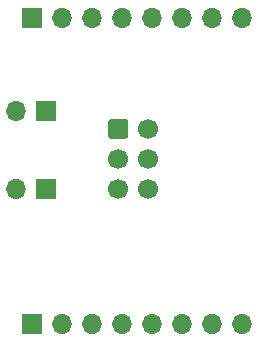
<source format=gbs>
%TF.GenerationSoftware,KiCad,Pcbnew,5.1.9+dfsg1-1+deb11u1*%
%TF.CreationDate,2022-11-30T10:15:51+01:00*%
%TF.ProjectId,A500MPU-Adapter,41353030-4d50-4552-9d41-646170746572,2.0*%
%TF.SameCoordinates,Original*%
%TF.FileFunction,Soldermask,Bot*%
%TF.FilePolarity,Negative*%
%FSLAX46Y46*%
G04 Gerber Fmt 4.6, Leading zero omitted, Abs format (unit mm)*
G04 Created by KiCad (PCBNEW 5.1.9+dfsg1-1+deb11u1) date 2022-11-30 10:15:51*
%MOMM*%
%LPD*%
G01*
G04 APERTURE LIST*
%ADD10R,1.700000X1.700000*%
%ADD11O,1.700000X1.700000*%
%ADD12C,1.700000*%
G04 APERTURE END LIST*
D10*
%TO.C,P1*%
X148100000Y-124600000D03*
D11*
X150640000Y-124600000D03*
X153180000Y-124600000D03*
X155720000Y-124600000D03*
X158260000Y-124600000D03*
X160800000Y-124600000D03*
X163340000Y-124600000D03*
X165880000Y-124600000D03*
%TD*%
D10*
%TO.C,P2*%
X148100000Y-98700000D03*
D11*
X150640000Y-98700000D03*
X153180000Y-98700000D03*
X155720000Y-98700000D03*
X158260000Y-98700000D03*
X160800000Y-98700000D03*
X163340000Y-98700000D03*
X165880000Y-98700000D03*
%TD*%
%TO.C,P3*%
G36*
G01*
X154550000Y-108700000D02*
X154550000Y-107500000D01*
G75*
G02*
X154800000Y-107250000I250000J0D01*
G01*
X156000000Y-107250000D01*
G75*
G02*
X156250000Y-107500000I0J-250000D01*
G01*
X156250000Y-108700000D01*
G75*
G02*
X156000000Y-108950000I-250000J0D01*
G01*
X154800000Y-108950000D01*
G75*
G02*
X154550000Y-108700000I0J250000D01*
G01*
G37*
D12*
X155400000Y-110640000D03*
X155400000Y-113180000D03*
X157940000Y-108100000D03*
X157940000Y-110640000D03*
X157940000Y-113180000D03*
%TD*%
D10*
%TO.C,P4*%
X149300000Y-106600000D03*
D11*
X146760000Y-106600000D03*
%TD*%
%TO.C,P5*%
X146760000Y-113200000D03*
D10*
X149300000Y-113200000D03*
%TD*%
M02*

</source>
